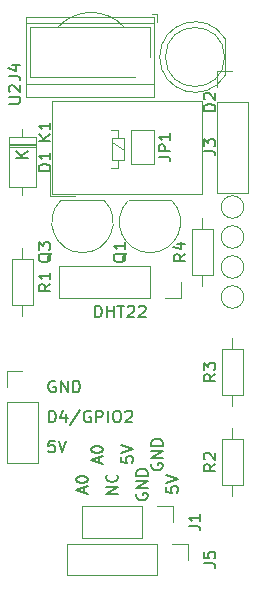
<source format=gbr>
G04 #@! TF.GenerationSoftware,KiCad,Pcbnew,5.1.5-52549c5~85~ubuntu18.04.1*
G04 #@! TF.CreationDate,2020-03-29T12:38:49+00:00*
G04 #@! TF.ProjectId,PIS,5049532e-6b69-4636-9164-5f7063625858,rev?*
G04 #@! TF.SameCoordinates,Original*
G04 #@! TF.FileFunction,Legend,Top*
G04 #@! TF.FilePolarity,Positive*
%FSLAX46Y46*%
G04 Gerber Fmt 4.6, Leading zero omitted, Abs format (unit mm)*
G04 Created by KiCad (PCBNEW 5.1.5-52549c5~85~ubuntu18.04.1) date 2020-03-29 12:38:49*
%MOMM*%
%LPD*%
G04 APERTURE LIST*
%ADD10C,0.150000*%
%ADD11C,0.120000*%
G04 APERTURE END LIST*
D10*
X126065595Y-137612380D02*
X126065595Y-136612380D01*
X126303690Y-136612380D01*
X126446547Y-136660000D01*
X126541785Y-136755238D01*
X126589404Y-136850476D01*
X126637023Y-137040952D01*
X126637023Y-137183809D01*
X126589404Y-137374285D01*
X126541785Y-137469523D01*
X126446547Y-137564761D01*
X126303690Y-137612380D01*
X126065595Y-137612380D01*
X127494166Y-136945714D02*
X127494166Y-137612380D01*
X127256071Y-136564761D02*
X127017976Y-137279047D01*
X127637023Y-137279047D01*
X128732261Y-136564761D02*
X127875119Y-137850476D01*
X129589404Y-136660000D02*
X129494166Y-136612380D01*
X129351309Y-136612380D01*
X129208452Y-136660000D01*
X129113214Y-136755238D01*
X129065595Y-136850476D01*
X129017976Y-137040952D01*
X129017976Y-137183809D01*
X129065595Y-137374285D01*
X129113214Y-137469523D01*
X129208452Y-137564761D01*
X129351309Y-137612380D01*
X129446547Y-137612380D01*
X129589404Y-137564761D01*
X129637023Y-137517142D01*
X129637023Y-137183809D01*
X129446547Y-137183809D01*
X130065595Y-137612380D02*
X130065595Y-136612380D01*
X130446547Y-136612380D01*
X130541785Y-136660000D01*
X130589404Y-136707619D01*
X130637023Y-136802857D01*
X130637023Y-136945714D01*
X130589404Y-137040952D01*
X130541785Y-137088571D01*
X130446547Y-137136190D01*
X130065595Y-137136190D01*
X131065595Y-137612380D02*
X131065595Y-136612380D01*
X131732261Y-136612380D02*
X131922738Y-136612380D01*
X132017976Y-136660000D01*
X132113214Y-136755238D01*
X132160833Y-136945714D01*
X132160833Y-137279047D01*
X132113214Y-137469523D01*
X132017976Y-137564761D01*
X131922738Y-137612380D01*
X131732261Y-137612380D01*
X131637023Y-137564761D01*
X131541785Y-137469523D01*
X131494166Y-137279047D01*
X131494166Y-136945714D01*
X131541785Y-136755238D01*
X131637023Y-136660000D01*
X131732261Y-136612380D01*
X132541785Y-136707619D02*
X132589404Y-136660000D01*
X132684642Y-136612380D01*
X132922738Y-136612380D01*
X133017976Y-136660000D01*
X133065595Y-136707619D01*
X133113214Y-136802857D01*
X133113214Y-136898095D01*
X133065595Y-137040952D01*
X132494166Y-137612380D01*
X133113214Y-137612380D01*
X126541785Y-139152380D02*
X126065595Y-139152380D01*
X126017976Y-139628571D01*
X126065595Y-139580952D01*
X126160833Y-139533333D01*
X126398928Y-139533333D01*
X126494166Y-139580952D01*
X126541785Y-139628571D01*
X126589404Y-139723809D01*
X126589404Y-139961904D01*
X126541785Y-140057142D01*
X126494166Y-140104761D01*
X126398928Y-140152380D01*
X126160833Y-140152380D01*
X126065595Y-140104761D01*
X126017976Y-140057142D01*
X126875119Y-139152380D02*
X127208452Y-140152380D01*
X127541785Y-139152380D01*
X126589404Y-134120000D02*
X126494166Y-134072380D01*
X126351309Y-134072380D01*
X126208452Y-134120000D01*
X126113214Y-134215238D01*
X126065595Y-134310476D01*
X126017976Y-134500952D01*
X126017976Y-134643809D01*
X126065595Y-134834285D01*
X126113214Y-134929523D01*
X126208452Y-135024761D01*
X126351309Y-135072380D01*
X126446547Y-135072380D01*
X126589404Y-135024761D01*
X126637023Y-134977142D01*
X126637023Y-134643809D01*
X126446547Y-134643809D01*
X127065595Y-135072380D02*
X127065595Y-134072380D01*
X127637023Y-135072380D01*
X127637023Y-134072380D01*
X128113214Y-135072380D02*
X128113214Y-134072380D01*
X128351309Y-134072380D01*
X128494166Y-134120000D01*
X128589404Y-134215238D01*
X128637023Y-134310476D01*
X128684642Y-134500952D01*
X128684642Y-134643809D01*
X128637023Y-134834285D01*
X128589404Y-134929523D01*
X128494166Y-135024761D01*
X128351309Y-135072380D01*
X128113214Y-135072380D01*
X130341666Y-141049285D02*
X130341666Y-140573095D01*
X130627380Y-141144523D02*
X129627380Y-140811190D01*
X130627380Y-140477857D01*
X129627380Y-139954047D02*
X129627380Y-139858809D01*
X129675000Y-139763571D01*
X129722619Y-139715952D01*
X129817857Y-139668333D01*
X130008333Y-139620714D01*
X130246428Y-139620714D01*
X130436904Y-139668333D01*
X130532142Y-139715952D01*
X130579761Y-139763571D01*
X130627380Y-139858809D01*
X130627380Y-139954047D01*
X130579761Y-140049285D01*
X130532142Y-140096904D01*
X130436904Y-140144523D01*
X130246428Y-140192142D01*
X130008333Y-140192142D01*
X129817857Y-140144523D01*
X129722619Y-140096904D01*
X129675000Y-140049285D01*
X129627380Y-139954047D01*
X135977380Y-143065476D02*
X135977380Y-143541666D01*
X136453571Y-143589285D01*
X136405952Y-143541666D01*
X136358333Y-143446428D01*
X136358333Y-143208333D01*
X136405952Y-143113095D01*
X136453571Y-143065476D01*
X136548809Y-143017857D01*
X136786904Y-143017857D01*
X136882142Y-143065476D01*
X136929761Y-143113095D01*
X136977380Y-143208333D01*
X136977380Y-143446428D01*
X136929761Y-143541666D01*
X136882142Y-143589285D01*
X135977380Y-142732142D02*
X136977380Y-142398809D01*
X135977380Y-142065476D01*
X133485000Y-143636904D02*
X133437380Y-143732142D01*
X133437380Y-143875000D01*
X133485000Y-144017857D01*
X133580238Y-144113095D01*
X133675476Y-144160714D01*
X133865952Y-144208333D01*
X134008809Y-144208333D01*
X134199285Y-144160714D01*
X134294523Y-144113095D01*
X134389761Y-144017857D01*
X134437380Y-143875000D01*
X134437380Y-143779761D01*
X134389761Y-143636904D01*
X134342142Y-143589285D01*
X134008809Y-143589285D01*
X134008809Y-143779761D01*
X134437380Y-143160714D02*
X133437380Y-143160714D01*
X134437380Y-142589285D01*
X133437380Y-142589285D01*
X134437380Y-142113095D02*
X133437380Y-142113095D01*
X133437380Y-141875000D01*
X133485000Y-141732142D01*
X133580238Y-141636904D01*
X133675476Y-141589285D01*
X133865952Y-141541666D01*
X134008809Y-141541666D01*
X134199285Y-141589285D01*
X134294523Y-141636904D01*
X134389761Y-141732142D01*
X134437380Y-141875000D01*
X134437380Y-142113095D01*
X129071666Y-143589285D02*
X129071666Y-143113095D01*
X129357380Y-143684523D02*
X128357380Y-143351190D01*
X129357380Y-143017857D01*
X128357380Y-142494047D02*
X128357380Y-142398809D01*
X128405000Y-142303571D01*
X128452619Y-142255952D01*
X128547857Y-142208333D01*
X128738333Y-142160714D01*
X128976428Y-142160714D01*
X129166904Y-142208333D01*
X129262142Y-142255952D01*
X129309761Y-142303571D01*
X129357380Y-142398809D01*
X129357380Y-142494047D01*
X129309761Y-142589285D01*
X129262142Y-142636904D01*
X129166904Y-142684523D01*
X128976428Y-142732142D01*
X128738333Y-142732142D01*
X128547857Y-142684523D01*
X128452619Y-142636904D01*
X128405000Y-142589285D01*
X128357380Y-142494047D01*
X131897380Y-143660714D02*
X130897380Y-143660714D01*
X131897380Y-143089285D01*
X130897380Y-143089285D01*
X131802142Y-142041666D02*
X131849761Y-142089285D01*
X131897380Y-142232142D01*
X131897380Y-142327380D01*
X131849761Y-142470238D01*
X131754523Y-142565476D01*
X131659285Y-142613095D01*
X131468809Y-142660714D01*
X131325952Y-142660714D01*
X131135476Y-142613095D01*
X131040238Y-142565476D01*
X130945000Y-142470238D01*
X130897380Y-142327380D01*
X130897380Y-142232142D01*
X130945000Y-142089285D01*
X130992619Y-142041666D01*
X134755000Y-141096904D02*
X134707380Y-141192142D01*
X134707380Y-141335000D01*
X134755000Y-141477857D01*
X134850238Y-141573095D01*
X134945476Y-141620714D01*
X135135952Y-141668333D01*
X135278809Y-141668333D01*
X135469285Y-141620714D01*
X135564523Y-141573095D01*
X135659761Y-141477857D01*
X135707380Y-141335000D01*
X135707380Y-141239761D01*
X135659761Y-141096904D01*
X135612142Y-141049285D01*
X135278809Y-141049285D01*
X135278809Y-141239761D01*
X135707380Y-140620714D02*
X134707380Y-140620714D01*
X135707380Y-140049285D01*
X134707380Y-140049285D01*
X135707380Y-139573095D02*
X134707380Y-139573095D01*
X134707380Y-139335000D01*
X134755000Y-139192142D01*
X134850238Y-139096904D01*
X134945476Y-139049285D01*
X135135952Y-139001666D01*
X135278809Y-139001666D01*
X135469285Y-139049285D01*
X135564523Y-139096904D01*
X135659761Y-139192142D01*
X135707380Y-139335000D01*
X135707380Y-139573095D01*
X132167380Y-140525476D02*
X132167380Y-141001666D01*
X132643571Y-141049285D01*
X132595952Y-141001666D01*
X132548333Y-140906428D01*
X132548333Y-140668333D01*
X132595952Y-140573095D01*
X132643571Y-140525476D01*
X132738809Y-140477857D01*
X132976904Y-140477857D01*
X133072142Y-140525476D01*
X133119761Y-140573095D01*
X133167380Y-140668333D01*
X133167380Y-140906428D01*
X133119761Y-141001666D01*
X133072142Y-141049285D01*
X132167380Y-140192142D02*
X133167380Y-139858809D01*
X132167380Y-139525476D01*
X129960952Y-128722380D02*
X129960952Y-127722380D01*
X130199047Y-127722380D01*
X130341904Y-127770000D01*
X130437142Y-127865238D01*
X130484761Y-127960476D01*
X130532380Y-128150952D01*
X130532380Y-128293809D01*
X130484761Y-128484285D01*
X130437142Y-128579523D01*
X130341904Y-128674761D01*
X130199047Y-128722380D01*
X129960952Y-128722380D01*
X130960952Y-128722380D02*
X130960952Y-127722380D01*
X130960952Y-128198571D02*
X131532380Y-128198571D01*
X131532380Y-128722380D02*
X131532380Y-127722380D01*
X131865714Y-127722380D02*
X132437142Y-127722380D01*
X132151428Y-128722380D02*
X132151428Y-127722380D01*
X132722857Y-127817619D02*
X132770476Y-127770000D01*
X132865714Y-127722380D01*
X133103809Y-127722380D01*
X133199047Y-127770000D01*
X133246666Y-127817619D01*
X133294285Y-127912857D01*
X133294285Y-128008095D01*
X133246666Y-128150952D01*
X132675238Y-128722380D01*
X133294285Y-128722380D01*
X133675238Y-127817619D02*
X133722857Y-127770000D01*
X133818095Y-127722380D01*
X134056190Y-127722380D01*
X134151428Y-127770000D01*
X134199047Y-127817619D01*
X134246666Y-127912857D01*
X134246666Y-128008095D01*
X134199047Y-128150952D01*
X133627619Y-128722380D01*
X134246666Y-128722380D01*
D11*
X132985000Y-115700000D02*
X132985000Y-112900000D01*
X132985000Y-112900000D02*
X134985000Y-112900000D01*
X134985000Y-112900000D02*
X134985000Y-115700000D01*
X134985000Y-115700000D02*
X132985000Y-115700000D01*
X135210000Y-103070000D02*
X134810000Y-103070000D01*
X135210000Y-103710000D02*
X135210000Y-103070000D01*
X124109000Y-110050000D02*
X124109000Y-103310000D01*
X134970000Y-110050000D02*
X134970000Y-103310000D01*
X134970000Y-103310000D02*
X124109000Y-103310000D01*
X134970000Y-110050000D02*
X124109000Y-110050000D01*
X134970000Y-108930000D02*
X124109000Y-108930000D01*
X134970000Y-103830000D02*
X124109000Y-103830000D01*
X132456256Y-104175768D02*
G75*
G03X126800000Y-104180000I-2826256J-2504232D01*
G01*
X134650000Y-104180000D02*
X132450000Y-104180000D01*
X134650000Y-106680000D02*
X134650000Y-104180000D01*
X124450000Y-108380000D02*
X133350000Y-108380000D01*
X124450000Y-104180000D02*
X124450000Y-108380000D01*
X126850000Y-104180000D02*
X124450000Y-104180000D01*
X132450000Y-104180000D02*
X126750000Y-104180000D01*
X137855000Y-147895000D02*
X137855000Y-149225000D01*
X136525000Y-147895000D02*
X137855000Y-147895000D01*
X135255000Y-147895000D02*
X135255000Y-150555000D01*
X135255000Y-150555000D02*
X127575000Y-150555000D01*
X135255000Y-147895000D02*
X127575000Y-147895000D01*
X127575000Y-147895000D02*
X127575000Y-150555000D01*
X137220000Y-125730000D02*
X137220000Y-127060000D01*
X137220000Y-127060000D02*
X135890000Y-127060000D01*
X134620000Y-127060000D02*
X126940000Y-127060000D01*
X126940000Y-124400000D02*
X126940000Y-127060000D01*
X134620000Y-124400000D02*
X126940000Y-124400000D01*
X134620000Y-124400000D02*
X134620000Y-127060000D01*
X142555000Y-119380000D02*
G75*
G03X142555000Y-119380000I-950000J0D01*
G01*
X142555000Y-121920000D02*
G75*
G03X142555000Y-121920000I-950000J0D01*
G01*
X142555000Y-124460000D02*
G75*
G03X142555000Y-124460000I-950000J0D01*
G01*
X142555000Y-127000000D02*
G75*
G03X142555000Y-127000000I-950000J0D01*
G01*
X139065000Y-120320000D02*
X139065000Y-121270000D01*
X139065000Y-126060000D02*
X139065000Y-125110000D01*
X138145000Y-121270000D02*
X138145000Y-125110000D01*
X139985000Y-121270000D02*
X138145000Y-121270000D01*
X139985000Y-125110000D02*
X139985000Y-121270000D01*
X138145000Y-125110000D02*
X139985000Y-125110000D01*
X140990000Y-108225000D02*
X140990000Y-105135000D01*
X140930000Y-106680000D02*
G75*
G03X140930000Y-106680000I-2500000J0D01*
G01*
X135440000Y-106680462D02*
G75*
G02X140990000Y-105135170I2990000J462D01*
G01*
X135440000Y-106679538D02*
G75*
G03X140990000Y-108224830I2990000J-462D01*
G01*
X132781522Y-118811522D02*
G75*
G03X134620000Y-123250000I1838478J-1838478D01*
G01*
X136458478Y-118811522D02*
G75*
G02X134620000Y-123250000I-1838478J-1838478D01*
G01*
X136420000Y-118800000D02*
X132820000Y-118800000D01*
X124945000Y-114050000D02*
X122705000Y-114050000D01*
X124945000Y-114290000D02*
X122705000Y-114290000D01*
X124945000Y-114170000D02*
X122705000Y-114170000D01*
X123825000Y-118340000D02*
X123825000Y-117690000D01*
X123825000Y-112800000D02*
X123825000Y-113450000D01*
X124945000Y-117690000D02*
X124945000Y-113450000D01*
X122705000Y-117690000D02*
X124945000Y-117690000D01*
X122705000Y-113450000D02*
X122705000Y-117690000D01*
X124945000Y-113450000D02*
X122705000Y-113450000D01*
X126135000Y-118440000D02*
X126135000Y-116240000D01*
X128235000Y-118440000D02*
X126135000Y-118440000D01*
X139035000Y-118240000D02*
X126335000Y-118240000D01*
X139035000Y-110440000D02*
X139035000Y-118240000D01*
X126335000Y-110440000D02*
X139035000Y-110440000D01*
X126335000Y-118240000D02*
X126335000Y-110440000D01*
X131445000Y-113894000D02*
X132461000Y-114529000D01*
X131318000Y-116078000D02*
X131953000Y-116078000D01*
X131953000Y-116078000D02*
X131953000Y-115418000D01*
X131318000Y-112878000D02*
X131953000Y-112878000D01*
X131953000Y-112878000D02*
X131953000Y-113513000D01*
X131445000Y-113513000D02*
X131445000Y-115418000D01*
X131445000Y-115418000D02*
X132461000Y-115418000D01*
X132461000Y-115418000D02*
X132461000Y-113513000D01*
X131445000Y-113513000D02*
X132461000Y-113513000D01*
X141605000Y-136220000D02*
X141605000Y-135270000D01*
X141605000Y-130480000D02*
X141605000Y-131430000D01*
X142525000Y-135270000D02*
X142525000Y-131430000D01*
X140685000Y-135270000D02*
X142525000Y-135270000D01*
X140685000Y-131430000D02*
X140685000Y-135270000D01*
X142525000Y-131430000D02*
X140685000Y-131430000D01*
X141605000Y-143840000D02*
X141605000Y-142890000D01*
X141605000Y-138100000D02*
X141605000Y-139050000D01*
X142525000Y-142890000D02*
X142525000Y-139050000D01*
X140685000Y-142890000D02*
X142525000Y-142890000D01*
X140685000Y-139050000D02*
X140685000Y-142890000D01*
X142525000Y-139050000D02*
X140685000Y-139050000D01*
X127066522Y-118811522D02*
G75*
G03X128905000Y-123250000I1838478J-1838478D01*
G01*
X130743478Y-118811522D02*
G75*
G02X128905000Y-123250000I-1838478J-1838478D01*
G01*
X130705000Y-118800000D02*
X127105000Y-118800000D01*
X122495000Y-133290000D02*
X123825000Y-133290000D01*
X122495000Y-134620000D02*
X122495000Y-133290000D01*
X122495000Y-135890000D02*
X125155000Y-135890000D01*
X125155000Y-135890000D02*
X125155000Y-141030000D01*
X122495000Y-135890000D02*
X122495000Y-141030000D01*
X122495000Y-141030000D02*
X125155000Y-141030000D01*
X136585000Y-144720000D02*
X136585000Y-146050000D01*
X135255000Y-144720000D02*
X136585000Y-144720000D01*
X133985000Y-144720000D02*
X133985000Y-147380000D01*
X133985000Y-147380000D02*
X128845000Y-147380000D01*
X133985000Y-144720000D02*
X128845000Y-144720000D01*
X128845000Y-144720000D02*
X128845000Y-147380000D01*
X123825000Y-122860000D02*
X123825000Y-123810000D01*
X123825000Y-128600000D02*
X123825000Y-127650000D01*
X122905000Y-123810000D02*
X122905000Y-127650000D01*
X124745000Y-123810000D02*
X122905000Y-123810000D01*
X124745000Y-127650000D02*
X124745000Y-123810000D01*
X122905000Y-127650000D02*
X124745000Y-127650000D01*
X140275000Y-107890000D02*
X141605000Y-107890000D01*
X140275000Y-109220000D02*
X140275000Y-107890000D01*
X140275000Y-110490000D02*
X142935000Y-110490000D01*
X142935000Y-110490000D02*
X142935000Y-118170000D01*
X140275000Y-110490000D02*
X140275000Y-118170000D01*
X140275000Y-118170000D02*
X142935000Y-118170000D01*
D10*
X135342380Y-115133333D02*
X136056666Y-115133333D01*
X136199523Y-115180952D01*
X136294761Y-115276190D01*
X136342380Y-115419047D01*
X136342380Y-115514285D01*
X136342380Y-114657142D02*
X135342380Y-114657142D01*
X135342380Y-114276190D01*
X135390000Y-114180952D01*
X135437619Y-114133333D01*
X135532857Y-114085714D01*
X135675714Y-114085714D01*
X135770952Y-114133333D01*
X135818571Y-114180952D01*
X135866190Y-114276190D01*
X135866190Y-114657142D01*
X136342380Y-113133333D02*
X136342380Y-113704761D01*
X136342380Y-113419047D02*
X135342380Y-113419047D01*
X135485238Y-113514285D01*
X135580476Y-113609523D01*
X135628095Y-113704761D01*
X122642380Y-108283333D02*
X123356666Y-108283333D01*
X123499523Y-108330952D01*
X123594761Y-108426190D01*
X123642380Y-108569047D01*
X123642380Y-108664285D01*
X122975714Y-107378571D02*
X123642380Y-107378571D01*
X122594761Y-107616666D02*
X123309047Y-107854761D01*
X123309047Y-107235714D01*
X122642380Y-110616904D02*
X123451904Y-110616904D01*
X123547142Y-110569285D01*
X123594761Y-110521666D01*
X123642380Y-110426428D01*
X123642380Y-110235952D01*
X123594761Y-110140714D01*
X123547142Y-110093095D01*
X123451904Y-110045476D01*
X122642380Y-110045476D01*
X122737619Y-109616904D02*
X122690000Y-109569285D01*
X122642380Y-109474047D01*
X122642380Y-109235952D01*
X122690000Y-109140714D01*
X122737619Y-109093095D01*
X122832857Y-109045476D01*
X122928095Y-109045476D01*
X123070952Y-109093095D01*
X123642380Y-109664523D01*
X123642380Y-109045476D01*
X139152380Y-149558333D02*
X139866666Y-149558333D01*
X140009523Y-149605952D01*
X140104761Y-149701190D01*
X140152380Y-149844047D01*
X140152380Y-149939285D01*
X139152380Y-148605952D02*
X139152380Y-149082142D01*
X139628571Y-149129761D01*
X139580952Y-149082142D01*
X139533333Y-148986904D01*
X139533333Y-148748809D01*
X139580952Y-148653571D01*
X139628571Y-148605952D01*
X139723809Y-148558333D01*
X139961904Y-148558333D01*
X140057142Y-148605952D01*
X140104761Y-148653571D01*
X140152380Y-148748809D01*
X140152380Y-148986904D01*
X140104761Y-149082142D01*
X140057142Y-149129761D01*
X137612380Y-123356666D02*
X137136190Y-123690000D01*
X137612380Y-123928095D02*
X136612380Y-123928095D01*
X136612380Y-123547142D01*
X136660000Y-123451904D01*
X136707619Y-123404285D01*
X136802857Y-123356666D01*
X136945714Y-123356666D01*
X137040952Y-123404285D01*
X137088571Y-123451904D01*
X137136190Y-123547142D01*
X137136190Y-123928095D01*
X136945714Y-122499523D02*
X137612380Y-122499523D01*
X136564761Y-122737619D02*
X137279047Y-122975714D01*
X137279047Y-122356666D01*
X140152380Y-111228095D02*
X139152380Y-111228095D01*
X139152380Y-110990000D01*
X139200000Y-110847142D01*
X139295238Y-110751904D01*
X139390476Y-110704285D01*
X139580952Y-110656666D01*
X139723809Y-110656666D01*
X139914285Y-110704285D01*
X140009523Y-110751904D01*
X140104761Y-110847142D01*
X140152380Y-110990000D01*
X140152380Y-111228095D01*
X139247619Y-110275714D02*
X139200000Y-110228095D01*
X139152380Y-110132857D01*
X139152380Y-109894761D01*
X139200000Y-109799523D01*
X139247619Y-109751904D01*
X139342857Y-109704285D01*
X139438095Y-109704285D01*
X139580952Y-109751904D01*
X140152380Y-110323333D01*
X140152380Y-109704285D01*
X132627619Y-123285238D02*
X132580000Y-123380476D01*
X132484761Y-123475714D01*
X132341904Y-123618571D01*
X132294285Y-123713809D01*
X132294285Y-123809047D01*
X132532380Y-123761428D02*
X132484761Y-123856666D01*
X132389523Y-123951904D01*
X132199047Y-123999523D01*
X131865714Y-123999523D01*
X131675238Y-123951904D01*
X131580000Y-123856666D01*
X131532380Y-123761428D01*
X131532380Y-123570952D01*
X131580000Y-123475714D01*
X131675238Y-123380476D01*
X131865714Y-123332857D01*
X132199047Y-123332857D01*
X132389523Y-123380476D01*
X132484761Y-123475714D01*
X132532380Y-123570952D01*
X132532380Y-123761428D01*
X132532380Y-122380476D02*
X132532380Y-122951904D01*
X132532380Y-122666190D02*
X131532380Y-122666190D01*
X131675238Y-122761428D01*
X131770476Y-122856666D01*
X131818095Y-122951904D01*
X126182380Y-116308095D02*
X125182380Y-116308095D01*
X125182380Y-116070000D01*
X125230000Y-115927142D01*
X125325238Y-115831904D01*
X125420476Y-115784285D01*
X125610952Y-115736666D01*
X125753809Y-115736666D01*
X125944285Y-115784285D01*
X126039523Y-115831904D01*
X126134761Y-115927142D01*
X126182380Y-116070000D01*
X126182380Y-116308095D01*
X126182380Y-114784285D02*
X126182380Y-115355714D01*
X126182380Y-115070000D02*
X125182380Y-115070000D01*
X125325238Y-115165238D01*
X125420476Y-115260476D01*
X125468095Y-115355714D01*
X124277380Y-115196904D02*
X123277380Y-115196904D01*
X124277380Y-114625476D02*
X123705952Y-115054047D01*
X123277380Y-114625476D02*
X123848809Y-115196904D01*
X126182380Y-113768095D02*
X125182380Y-113768095D01*
X126182380Y-113196666D02*
X125610952Y-113625238D01*
X125182380Y-113196666D02*
X125753809Y-113768095D01*
X126182380Y-112244285D02*
X126182380Y-112815714D01*
X126182380Y-112530000D02*
X125182380Y-112530000D01*
X125325238Y-112625238D01*
X125420476Y-112720476D01*
X125468095Y-112815714D01*
X140152380Y-133516666D02*
X139676190Y-133850000D01*
X140152380Y-134088095D02*
X139152380Y-134088095D01*
X139152380Y-133707142D01*
X139200000Y-133611904D01*
X139247619Y-133564285D01*
X139342857Y-133516666D01*
X139485714Y-133516666D01*
X139580952Y-133564285D01*
X139628571Y-133611904D01*
X139676190Y-133707142D01*
X139676190Y-134088095D01*
X139152380Y-133183333D02*
X139152380Y-132564285D01*
X139533333Y-132897619D01*
X139533333Y-132754761D01*
X139580952Y-132659523D01*
X139628571Y-132611904D01*
X139723809Y-132564285D01*
X139961904Y-132564285D01*
X140057142Y-132611904D01*
X140104761Y-132659523D01*
X140152380Y-132754761D01*
X140152380Y-133040476D01*
X140104761Y-133135714D01*
X140057142Y-133183333D01*
X140152380Y-141136666D02*
X139676190Y-141470000D01*
X140152380Y-141708095D02*
X139152380Y-141708095D01*
X139152380Y-141327142D01*
X139200000Y-141231904D01*
X139247619Y-141184285D01*
X139342857Y-141136666D01*
X139485714Y-141136666D01*
X139580952Y-141184285D01*
X139628571Y-141231904D01*
X139676190Y-141327142D01*
X139676190Y-141708095D01*
X139247619Y-140755714D02*
X139200000Y-140708095D01*
X139152380Y-140612857D01*
X139152380Y-140374761D01*
X139200000Y-140279523D01*
X139247619Y-140231904D01*
X139342857Y-140184285D01*
X139438095Y-140184285D01*
X139580952Y-140231904D01*
X140152380Y-140803333D01*
X140152380Y-140184285D01*
X126277619Y-123285238D02*
X126230000Y-123380476D01*
X126134761Y-123475714D01*
X125991904Y-123618571D01*
X125944285Y-123713809D01*
X125944285Y-123809047D01*
X126182380Y-123761428D02*
X126134761Y-123856666D01*
X126039523Y-123951904D01*
X125849047Y-123999523D01*
X125515714Y-123999523D01*
X125325238Y-123951904D01*
X125230000Y-123856666D01*
X125182380Y-123761428D01*
X125182380Y-123570952D01*
X125230000Y-123475714D01*
X125325238Y-123380476D01*
X125515714Y-123332857D01*
X125849047Y-123332857D01*
X126039523Y-123380476D01*
X126134761Y-123475714D01*
X126182380Y-123570952D01*
X126182380Y-123761428D01*
X125182380Y-122999523D02*
X125182380Y-122380476D01*
X125563333Y-122713809D01*
X125563333Y-122570952D01*
X125610952Y-122475714D01*
X125658571Y-122428095D01*
X125753809Y-122380476D01*
X125991904Y-122380476D01*
X126087142Y-122428095D01*
X126134761Y-122475714D01*
X126182380Y-122570952D01*
X126182380Y-122856666D01*
X126134761Y-122951904D01*
X126087142Y-122999523D01*
X137882380Y-146383333D02*
X138596666Y-146383333D01*
X138739523Y-146430952D01*
X138834761Y-146526190D01*
X138882380Y-146669047D01*
X138882380Y-146764285D01*
X138882380Y-145383333D02*
X138882380Y-145954761D01*
X138882380Y-145669047D02*
X137882380Y-145669047D01*
X138025238Y-145764285D01*
X138120476Y-145859523D01*
X138168095Y-145954761D01*
X126182380Y-125896666D02*
X125706190Y-126230000D01*
X126182380Y-126468095D02*
X125182380Y-126468095D01*
X125182380Y-126087142D01*
X125230000Y-125991904D01*
X125277619Y-125944285D01*
X125372857Y-125896666D01*
X125515714Y-125896666D01*
X125610952Y-125944285D01*
X125658571Y-125991904D01*
X125706190Y-126087142D01*
X125706190Y-126468095D01*
X126182380Y-124944285D02*
X126182380Y-125515714D01*
X126182380Y-125230000D02*
X125182380Y-125230000D01*
X125325238Y-125325238D01*
X125420476Y-125420476D01*
X125468095Y-125515714D01*
X139152380Y-114633333D02*
X139866666Y-114633333D01*
X140009523Y-114680952D01*
X140104761Y-114776190D01*
X140152380Y-114919047D01*
X140152380Y-115014285D01*
X139152380Y-114252380D02*
X139152380Y-113633333D01*
X139533333Y-113966666D01*
X139533333Y-113823809D01*
X139580952Y-113728571D01*
X139628571Y-113680952D01*
X139723809Y-113633333D01*
X139961904Y-113633333D01*
X140057142Y-113680952D01*
X140104761Y-113728571D01*
X140152380Y-113823809D01*
X140152380Y-114109523D01*
X140104761Y-114204761D01*
X140057142Y-114252380D01*
M02*

</source>
